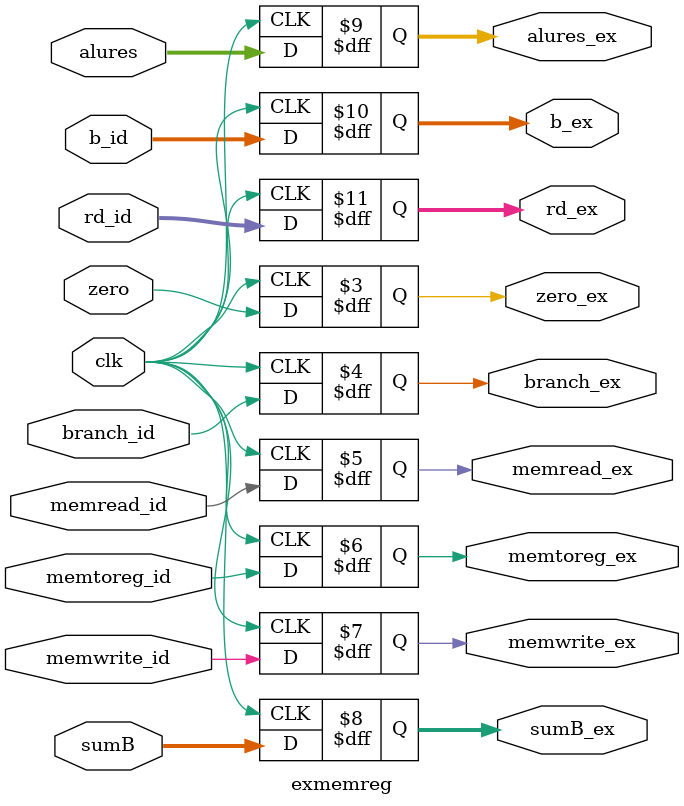
<source format=v>
module exmemreg(clk, sumB,    zero,    alures,    b_id, rd_id, branch_id, memread_id, memtoreg_id, memwrite_id, 
                     sumB_ex, zero_ex, alures_ex, b_ex, rd_ex, branch_ex, memread_ex, memtoreg_ex, memwrite_ex);

    input clk, zero, branch_id, memread_id, memtoreg_id, memwrite_id;
    input [31:0] sumB, alures, b_id;
    input [4:0] rd_id;

    output reg zero_ex, branch_ex, memread_ex, memtoreg_ex, memwrite_ex;
    output reg [31:0] sumB_ex, alures_ex, b_ex;
    output reg [4:0] rd_ex;

    initial 
    begin
        zero_ex     <=  0;
        branch_ex   <=  0;
        memread_ex  <=  0;
        memtoreg_ex <=  0;
        memwrite_ex <=  0;
        sumB_ex     <=  0;
        alures_ex   <=  0;
        b_ex        <=  0;
        rd_ex       <=  0;
    end

    always @(posedge clk) 
    begin
        zero_ex     <=  zero;
        branch_ex   <=  branch_id;
        memread_ex  <=  memread_id;
        memtoreg_ex <=  memtoreg_id;
        memwrite_ex <=  memwrite_id;
        sumB_ex     <=  sumB;
        alures_ex   <=  alures;
        b_ex        <=  b_id;
        rd_ex       <=  rd_id;
    end

endmodule


    
</source>
